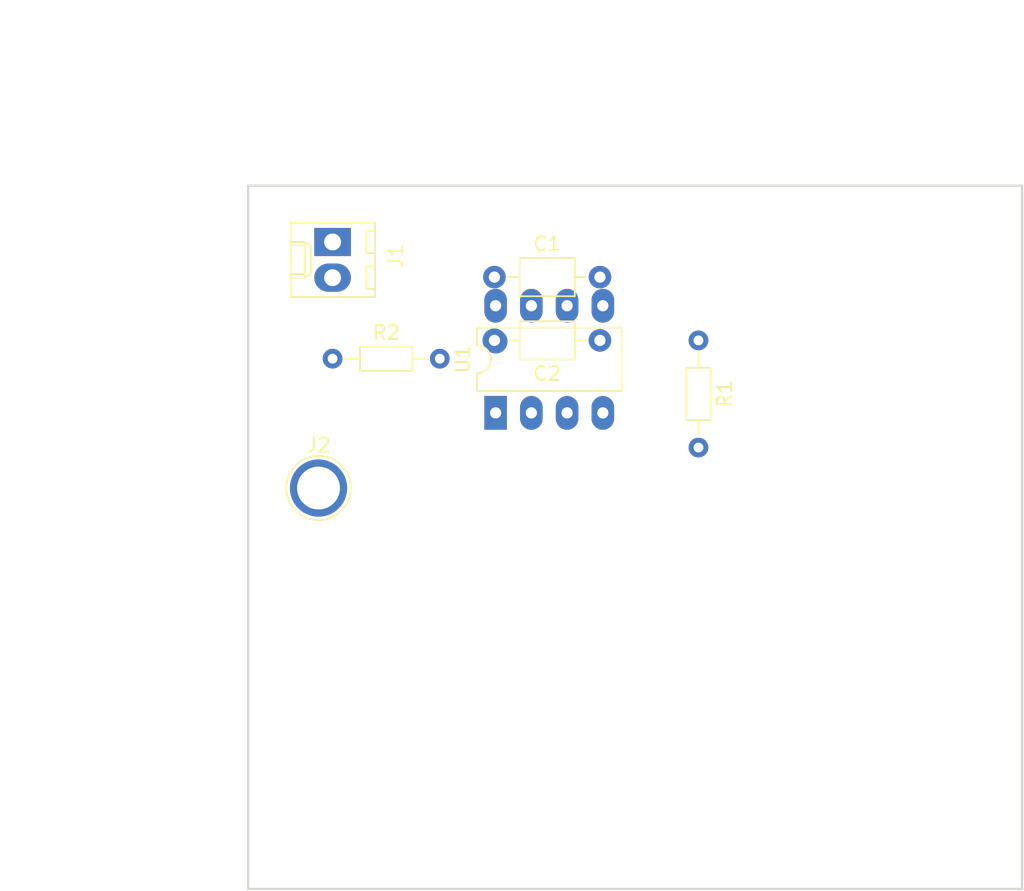
<source format=kicad_pcb>
(kicad_pcb (version 20171130) (host pcbnew 5.0.2-bee76a0~70~ubuntu16.04.1)

  (general
    (thickness 1.6)
    (drawings 6)
    (tracks 1)
    (zones 0)
    (modules 7)
    (nets 7)
  )

  (page A4)
  (layers
    (0 F.Cu signal)
    (31 B.Cu signal)
    (32 B.Adhes user)
    (33 F.Adhes user)
    (34 B.Paste user)
    (35 F.Paste user)
    (36 B.SilkS user)
    (37 F.SilkS user)
    (38 B.Mask user)
    (39 F.Mask user)
    (40 Dwgs.User user)
    (41 Cmts.User user)
    (42 Eco1.User user)
    (43 Eco2.User user)
    (44 Edge.Cuts user)
    (45 Margin user)
    (46 B.CrtYd user)
    (47 F.CrtYd user)
    (48 B.Fab user)
    (49 F.Fab user)
  )

  (setup
    (last_trace_width 1.7)
    (user_trace_width 1)
    (user_trace_width 1.5)
    (user_trace_width 1.7)
    (user_trace_width 2)
    (trace_clearance 0.2)
    (zone_clearance 0.508)
    (zone_45_only no)
    (trace_min 0.2)
    (segment_width 0.2)
    (edge_width 0.15)
    (via_size 0.8)
    (via_drill 0.4)
    (via_min_size 0.4)
    (via_min_drill 0.3)
    (user_via 1 0.8)
    (user_via 1.5 1)
    (uvia_size 0.3)
    (uvia_drill 0.1)
    (uvias_allowed no)
    (uvia_min_size 0.2)
    (uvia_min_drill 0.1)
    (pcb_text_width 0.3)
    (pcb_text_size 1.5 1.5)
    (mod_edge_width 0.15)
    (mod_text_size 1 1)
    (mod_text_width 0.15)
    (pad_size 1.524 1.524)
    (pad_drill 0.762)
    (pad_to_mask_clearance 0.051)
    (solder_mask_min_width 0.25)
    (aux_axis_origin 0 0)
    (visible_elements 7FFFFFFF)
    (pcbplotparams
      (layerselection 0x010fc_ffffffff)
      (usegerberextensions false)
      (usegerberattributes false)
      (usegerberadvancedattributes false)
      (creategerberjobfile false)
      (excludeedgelayer true)
      (linewidth 0.100000)
      (plotframeref false)
      (viasonmask false)
      (mode 1)
      (useauxorigin false)
      (hpglpennumber 1)
      (hpglpenspeed 20)
      (hpglpendiameter 15.000000)
      (psnegative false)
      (psa4output false)
      (plotreference true)
      (plotvalue true)
      (plotinvisibletext false)
      (padsonsilk false)
      (subtractmaskfromsilk false)
      (outputformat 1)
      (mirror false)
      (drillshape 1)
      (scaleselection 1)
      (outputdirectory ""))
  )

  (net 0 "")
  (net 1 "Net-(C1-Pad2)")
  (net 2 GNDREF)
  (net 3 "Net-(C2-Pad1)")
  (net 4 VCC)
  (net 5 "Net-(J2-Pad1)")
  (net 6 "Net-(R1-Pad2)")

  (net_class Default "Esta es la clase de red por defecto."
    (clearance 0.2)
    (trace_width 0.25)
    (via_dia 0.8)
    (via_drill 0.4)
    (uvia_dia 0.3)
    (uvia_drill 0.1)
    (add_net GNDREF)
    (add_net "Net-(C1-Pad2)")
    (add_net "Net-(C2-Pad1)")
    (add_net "Net-(J2-Pad1)")
    (add_net "Net-(R1-Pad2)")
    (add_net VCC)
  )

  (module Capacitors_THT:C_Axial_L3.8mm_D2.6mm_P7.50mm_Horizontal (layer F.Cu) (tedit 597BC7C2) (tstamp 5CA41518)
    (at 107.5 61.5)
    (descr "C, Axial series, Axial, Horizontal, pin pitch=7.5mm, , length*diameter=3.8*2.6mm^2, http://www.vishay.com/docs/45231/arseries.pdf")
    (tags "C Axial series Axial Horizontal pin pitch 7.5mm  length 3.8mm diameter 2.6mm")
    (path /5CA405E9)
    (fp_text reference C1 (at 3.75 -2.36) (layer F.SilkS)
      (effects (font (size 1 1) (thickness 0.15)))
    )
    (fp_text value C (at 3.75 2.36) (layer F.Fab)
      (effects (font (size 1 1) (thickness 0.15)))
    )
    (fp_text user %R (at 3.75 0) (layer F.Fab)
      (effects (font (size 1 1) (thickness 0.15)))
    )
    (fp_line (start 8.55 -1.65) (end -1.05 -1.65) (layer F.CrtYd) (width 0.05))
    (fp_line (start 8.55 1.65) (end 8.55 -1.65) (layer F.CrtYd) (width 0.05))
    (fp_line (start -1.05 1.65) (end 8.55 1.65) (layer F.CrtYd) (width 0.05))
    (fp_line (start -1.05 -1.65) (end -1.05 1.65) (layer F.CrtYd) (width 0.05))
    (fp_line (start 6.52 0) (end 5.71 0) (layer F.SilkS) (width 0.12))
    (fp_line (start 0.98 0) (end 1.79 0) (layer F.SilkS) (width 0.12))
    (fp_line (start 5.71 -1.36) (end 1.79 -1.36) (layer F.SilkS) (width 0.12))
    (fp_line (start 5.71 1.36) (end 5.71 -1.36) (layer F.SilkS) (width 0.12))
    (fp_line (start 1.79 1.36) (end 5.71 1.36) (layer F.SilkS) (width 0.12))
    (fp_line (start 1.79 -1.36) (end 1.79 1.36) (layer F.SilkS) (width 0.12))
    (fp_line (start 7.5 0) (end 5.65 0) (layer F.Fab) (width 0.1))
    (fp_line (start 0 0) (end 1.85 0) (layer F.Fab) (width 0.1))
    (fp_line (start 5.65 -1.3) (end 1.85 -1.3) (layer F.Fab) (width 0.1))
    (fp_line (start 5.65 1.3) (end 5.65 -1.3) (layer F.Fab) (width 0.1))
    (fp_line (start 1.85 1.3) (end 5.65 1.3) (layer F.Fab) (width 0.1))
    (fp_line (start 1.85 -1.3) (end 1.85 1.3) (layer F.Fab) (width 0.1))
    (pad 2 thru_hole oval (at 7.5 0) (size 1.6 1.6) (drill 0.8) (layers *.Cu *.Mask)
      (net 1 "Net-(C1-Pad2)"))
    (pad 1 thru_hole circle (at 0 0) (size 1.6 1.6) (drill 0.8) (layers *.Cu *.Mask)
      (net 2 GNDREF))
    (model ${KISYS3DMOD}/Capacitors_THT.3dshapes/C_Axial_L3.8mm_D2.6mm_P7.50mm_Horizontal.wrl
      (at (xyz 0 0 0))
      (scale (xyz 1 1 1))
      (rotate (xyz 0 0 0))
    )
  )

  (module Capacitors_THT:C_Axial_L3.8mm_D2.6mm_P7.50mm_Horizontal (layer F.Cu) (tedit 597BC7C2) (tstamp 5CA4152F)
    (at 115 66 180)
    (descr "C, Axial series, Axial, Horizontal, pin pitch=7.5mm, , length*diameter=3.8*2.6mm^2, http://www.vishay.com/docs/45231/arseries.pdf")
    (tags "C Axial series Axial Horizontal pin pitch 7.5mm  length 3.8mm diameter 2.6mm")
    (path /5CA4067E)
    (fp_text reference C2 (at 3.75 -2.36 180) (layer F.SilkS)
      (effects (font (size 1 1) (thickness 0.15)))
    )
    (fp_text value C (at 3.75 2.36 180) (layer F.Fab)
      (effects (font (size 1 1) (thickness 0.15)))
    )
    (fp_line (start 1.85 -1.3) (end 1.85 1.3) (layer F.Fab) (width 0.1))
    (fp_line (start 1.85 1.3) (end 5.65 1.3) (layer F.Fab) (width 0.1))
    (fp_line (start 5.65 1.3) (end 5.65 -1.3) (layer F.Fab) (width 0.1))
    (fp_line (start 5.65 -1.3) (end 1.85 -1.3) (layer F.Fab) (width 0.1))
    (fp_line (start 0 0) (end 1.85 0) (layer F.Fab) (width 0.1))
    (fp_line (start 7.5 0) (end 5.65 0) (layer F.Fab) (width 0.1))
    (fp_line (start 1.79 -1.36) (end 1.79 1.36) (layer F.SilkS) (width 0.12))
    (fp_line (start 1.79 1.36) (end 5.71 1.36) (layer F.SilkS) (width 0.12))
    (fp_line (start 5.71 1.36) (end 5.71 -1.36) (layer F.SilkS) (width 0.12))
    (fp_line (start 5.71 -1.36) (end 1.79 -1.36) (layer F.SilkS) (width 0.12))
    (fp_line (start 0.98 0) (end 1.79 0) (layer F.SilkS) (width 0.12))
    (fp_line (start 6.52 0) (end 5.71 0) (layer F.SilkS) (width 0.12))
    (fp_line (start -1.05 -1.65) (end -1.05 1.65) (layer F.CrtYd) (width 0.05))
    (fp_line (start -1.05 1.65) (end 8.55 1.65) (layer F.CrtYd) (width 0.05))
    (fp_line (start 8.55 1.65) (end 8.55 -1.65) (layer F.CrtYd) (width 0.05))
    (fp_line (start 8.55 -1.65) (end -1.05 -1.65) (layer F.CrtYd) (width 0.05))
    (fp_text user %R (at 3.75 0 180) (layer F.Fab)
      (effects (font (size 1 1) (thickness 0.15)))
    )
    (pad 1 thru_hole circle (at 0 0 180) (size 1.6 1.6) (drill 0.8) (layers *.Cu *.Mask)
      (net 3 "Net-(C2-Pad1)"))
    (pad 2 thru_hole oval (at 7.5 0 180) (size 1.6 1.6) (drill 0.8) (layers *.Cu *.Mask)
      (net 2 GNDREF))
    (model ${KISYS3DMOD}/Capacitors_THT.3dshapes/C_Axial_L3.8mm_D2.6mm_P7.50mm_Horizontal.wrl
      (at (xyz 0 0 0))
      (scale (xyz 1 1 1))
      (rotate (xyz 0 0 0))
    )
  )

  (module Connectors_Molex:Molex_KK-6410-02_02x2.54mm_Straight (layer F.Cu) (tedit 58EE6EE4) (tstamp 5CA41550)
    (at 96 59 270)
    (descr "Connector Headers with Friction Lock, 22-27-2021, http://www.molex.com/pdm_docs/sd/022272021_sd.pdf")
    (tags "connector molex kk_6410 22-27-2021")
    (path /5CA41888)
    (fp_text reference J1 (at 1 -4.5 270) (layer F.SilkS)
      (effects (font (size 1 1) (thickness 0.15)))
    )
    (fp_text value Conn_01x02 (at 1.27 4.5 270) (layer F.Fab)
      (effects (font (size 1 1) (thickness 0.15)))
    )
    (fp_text user %R (at 1.27 0 270) (layer F.Fab)
      (effects (font (size 1 1) (thickness 0.15)))
    )
    (fp_line (start 4.45 3.5) (end -1.9 3.5) (layer F.CrtYd) (width 0.05))
    (fp_line (start 4.45 -3.55) (end 4.45 3.5) (layer F.CrtYd) (width 0.05))
    (fp_line (start -1.9 -3.55) (end 4.45 -3.55) (layer F.CrtYd) (width 0.05))
    (fp_line (start -1.9 3.5) (end -1.9 -3.55) (layer F.CrtYd) (width 0.05))
    (fp_line (start 3.34 -2.4) (end 3.34 -3.02) (layer F.SilkS) (width 0.12))
    (fp_line (start 1.74 -2.4) (end 3.34 -2.4) (layer F.SilkS) (width 0.12))
    (fp_line (start 1.74 -3.02) (end 1.74 -2.4) (layer F.SilkS) (width 0.12))
    (fp_line (start 0.8 -2.4) (end 0.8 -3.02) (layer F.SilkS) (width 0.12))
    (fp_line (start -0.8 -2.4) (end 0.8 -2.4) (layer F.SilkS) (width 0.12))
    (fp_line (start -0.8 -3.02) (end -0.8 -2.4) (layer F.SilkS) (width 0.12))
    (fp_line (start 2.29 2.98) (end 2.29 1.98) (layer F.SilkS) (width 0.12))
    (fp_line (start 0.25 2.98) (end 0.25 1.98) (layer F.SilkS) (width 0.12))
    (fp_line (start 2.29 1.55) (end 2.54 1.98) (layer F.SilkS) (width 0.12))
    (fp_line (start 0.25 1.55) (end 2.29 1.55) (layer F.SilkS) (width 0.12))
    (fp_line (start 0 1.98) (end 0.25 1.55) (layer F.SilkS) (width 0.12))
    (fp_line (start 2.54 1.98) (end 2.54 2.98) (layer F.SilkS) (width 0.12))
    (fp_line (start 0 1.98) (end 2.54 1.98) (layer F.SilkS) (width 0.12))
    (fp_line (start 0 2.98) (end 0 1.98) (layer F.SilkS) (width 0.12))
    (fp_line (start 3.91 -3.02) (end -1.37 -3.02) (layer F.SilkS) (width 0.12))
    (fp_line (start 3.91 2.98) (end 3.91 -3.02) (layer F.SilkS) (width 0.12))
    (fp_line (start -1.37 2.98) (end 3.91 2.98) (layer F.SilkS) (width 0.12))
    (fp_line (start -1.37 -3.02) (end -1.37 2.98) (layer F.SilkS) (width 0.12))
    (fp_line (start 4.01 -3.12) (end -1.47 -3.12) (layer F.Fab) (width 0.12))
    (fp_line (start 4.01 3.08) (end 4.01 -3.12) (layer F.Fab) (width 0.12))
    (fp_line (start -1.47 3.08) (end 4.01 3.08) (layer F.Fab) (width 0.12))
    (fp_line (start -1.47 -3.12) (end -1.47 3.08) (layer F.Fab) (width 0.12))
    (pad 2 thru_hole oval (at 2.54 0 270) (size 2 2.6) (drill 1.2) (layers *.Cu *.Mask)
      (net 4 VCC))
    (pad 1 thru_hole rect (at 0 0 270) (size 2 2.6) (drill 1.2) (layers *.Cu *.Mask)
      (net 2 GNDREF))
    (model ${KISYS3DMOD}/Connectors_Molex.3dshapes/Molex_KK-6410-02_02x2.54mm_Straight.wrl
      (at (xyz 0 0 0))
      (scale (xyz 1 1 1))
      (rotate (xyz 0 0 0))
    )
  )

  (module Connectors:1pin (layer F.Cu) (tedit 5861332C) (tstamp 5CA41558)
    (at 95 76.5)
    (descr "module 1 pin (ou trou mecanique de percage)")
    (tags DEV)
    (path /5CA417BA)
    (fp_text reference J2 (at 0 -3.048) (layer F.SilkS)
      (effects (font (size 1 1) (thickness 0.15)))
    )
    (fp_text value Conn_01x01 (at 0 3) (layer F.Fab)
      (effects (font (size 1 1) (thickness 0.15)))
    )
    (fp_circle (center 0 0) (end 0 -2.286) (layer F.SilkS) (width 0.12))
    (fp_circle (center 0 0) (end 2.6 0) (layer F.CrtYd) (width 0.05))
    (fp_circle (center 0 0) (end 2 0.8) (layer F.Fab) (width 0.1))
    (pad 1 thru_hole circle (at 0 0) (size 4.064 4.064) (drill 3.048) (layers *.Cu *.Mask)
      (net 5 "Net-(J2-Pad1)"))
  )

  (module Resistors_THT:R_Axial_DIN0204_L3.6mm_D1.6mm_P7.62mm_Horizontal (layer F.Cu) (tedit 5874F706) (tstamp 5CA4156E)
    (at 122 66 270)
    (descr "Resistor, Axial_DIN0204 series, Axial, Horizontal, pin pitch=7.62mm, 0.16666666666666666W = 1/6W, length*diameter=3.6*1.6mm^2, http://cdn-reichelt.de/documents/datenblatt/B400/1_4W%23YAG.pdf")
    (tags "Resistor Axial_DIN0204 series Axial Horizontal pin pitch 7.62mm 0.16666666666666666W = 1/6W length 3.6mm diameter 1.6mm")
    (path /5CA40652)
    (fp_text reference R1 (at 3.81 -1.86 270) (layer F.SilkS)
      (effects (font (size 1 1) (thickness 0.15)))
    )
    (fp_text value R (at 3.81 1.86 270) (layer F.Fab)
      (effects (font (size 1 1) (thickness 0.15)))
    )
    (fp_line (start 2.01 -0.8) (end 2.01 0.8) (layer F.Fab) (width 0.1))
    (fp_line (start 2.01 0.8) (end 5.61 0.8) (layer F.Fab) (width 0.1))
    (fp_line (start 5.61 0.8) (end 5.61 -0.8) (layer F.Fab) (width 0.1))
    (fp_line (start 5.61 -0.8) (end 2.01 -0.8) (layer F.Fab) (width 0.1))
    (fp_line (start 0 0) (end 2.01 0) (layer F.Fab) (width 0.1))
    (fp_line (start 7.62 0) (end 5.61 0) (layer F.Fab) (width 0.1))
    (fp_line (start 1.95 -0.86) (end 1.95 0.86) (layer F.SilkS) (width 0.12))
    (fp_line (start 1.95 0.86) (end 5.67 0.86) (layer F.SilkS) (width 0.12))
    (fp_line (start 5.67 0.86) (end 5.67 -0.86) (layer F.SilkS) (width 0.12))
    (fp_line (start 5.67 -0.86) (end 1.95 -0.86) (layer F.SilkS) (width 0.12))
    (fp_line (start 0.88 0) (end 1.95 0) (layer F.SilkS) (width 0.12))
    (fp_line (start 6.74 0) (end 5.67 0) (layer F.SilkS) (width 0.12))
    (fp_line (start -0.95 -1.15) (end -0.95 1.15) (layer F.CrtYd) (width 0.05))
    (fp_line (start -0.95 1.15) (end 8.6 1.15) (layer F.CrtYd) (width 0.05))
    (fp_line (start 8.6 1.15) (end 8.6 -1.15) (layer F.CrtYd) (width 0.05))
    (fp_line (start 8.6 -1.15) (end -0.95 -1.15) (layer F.CrtYd) (width 0.05))
    (pad 1 thru_hole circle (at 0 0 270) (size 1.4 1.4) (drill 0.7) (layers *.Cu *.Mask)
      (net 3 "Net-(C2-Pad1)"))
    (pad 2 thru_hole oval (at 7.62 0 270) (size 1.4 1.4) (drill 0.7) (layers *.Cu *.Mask)
      (net 6 "Net-(R1-Pad2)"))
    (model ${KISYS3DMOD}/Resistors_THT.3dshapes/R_Axial_DIN0204_L3.6mm_D1.6mm_P7.62mm_Horizontal.wrl
      (at (xyz 0 0 0))
      (scale (xyz 0.393701 0.393701 0.393701))
      (rotate (xyz 0 0 0))
    )
  )

  (module Resistors_THT:R_Axial_DIN0204_L3.6mm_D1.6mm_P7.62mm_Horizontal (layer F.Cu) (tedit 5874F706) (tstamp 5CA807BC)
    (at 96 67.3)
    (descr "Resistor, Axial_DIN0204 series, Axial, Horizontal, pin pitch=7.62mm, 0.16666666666666666W = 1/6W, length*diameter=3.6*1.6mm^2, http://cdn-reichelt.de/documents/datenblatt/B400/1_4W%23YAG.pdf")
    (tags "Resistor Axial_DIN0204 series Axial Horizontal pin pitch 7.62mm 0.16666666666666666W = 1/6W length 3.6mm diameter 1.6mm")
    (path /5CA40568)
    (fp_text reference R2 (at 3.81 -1.86) (layer F.SilkS)
      (effects (font (size 1 1) (thickness 0.15)))
    )
    (fp_text value R (at 3.81 1.86) (layer F.Fab)
      (effects (font (size 1 1) (thickness 0.15)))
    )
    (fp_line (start 8.6 -1.15) (end -0.95 -1.15) (layer F.CrtYd) (width 0.05))
    (fp_line (start 8.6 1.15) (end 8.6 -1.15) (layer F.CrtYd) (width 0.05))
    (fp_line (start -0.95 1.15) (end 8.6 1.15) (layer F.CrtYd) (width 0.05))
    (fp_line (start -0.95 -1.15) (end -0.95 1.15) (layer F.CrtYd) (width 0.05))
    (fp_line (start 6.74 0) (end 5.67 0) (layer F.SilkS) (width 0.12))
    (fp_line (start 0.88 0) (end 1.95 0) (layer F.SilkS) (width 0.12))
    (fp_line (start 5.67 -0.86) (end 1.95 -0.86) (layer F.SilkS) (width 0.12))
    (fp_line (start 5.67 0.86) (end 5.67 -0.86) (layer F.SilkS) (width 0.12))
    (fp_line (start 1.95 0.86) (end 5.67 0.86) (layer F.SilkS) (width 0.12))
    (fp_line (start 1.95 -0.86) (end 1.95 0.86) (layer F.SilkS) (width 0.12))
    (fp_line (start 7.62 0) (end 5.61 0) (layer F.Fab) (width 0.1))
    (fp_line (start 0 0) (end 2.01 0) (layer F.Fab) (width 0.1))
    (fp_line (start 5.61 -0.8) (end 2.01 -0.8) (layer F.Fab) (width 0.1))
    (fp_line (start 5.61 0.8) (end 5.61 -0.8) (layer F.Fab) (width 0.1))
    (fp_line (start 2.01 0.8) (end 5.61 0.8) (layer F.Fab) (width 0.1))
    (fp_line (start 2.01 -0.8) (end 2.01 0.8) (layer F.Fab) (width 0.1))
    (pad 2 thru_hole oval (at 7.62 0) (size 1.4 1.4) (drill 0.7) (layers *.Cu *.Mask)
      (net 3 "Net-(C2-Pad1)"))
    (pad 1 thru_hole circle (at 0 0) (size 1.4 1.4) (drill 0.7) (layers *.Cu *.Mask)
      (net 4 VCC))
    (model ${KISYS3DMOD}/Resistors_THT.3dshapes/R_Axial_DIN0204_L3.6mm_D1.6mm_P7.62mm_Horizontal.wrl
      (at (xyz 0 0 0))
      (scale (xyz 0.393701 0.393701 0.393701))
      (rotate (xyz 0 0 0))
    )
  )

  (module Housings_DIP:DIP-8_W7.62mm_LongPads (layer F.Cu) (tedit 59C78D6B) (tstamp 5CA415A0)
    (at 107.585001 71.155001 90)
    (descr "8-lead though-hole mounted DIP package, row spacing 7.62 mm (300 mils), LongPads")
    (tags "THT DIP DIL PDIP 2.54mm 7.62mm 300mil LongPads")
    (path /5CA40438)
    (fp_text reference U1 (at 3.81 -2.33 90) (layer F.SilkS)
      (effects (font (size 1 1) (thickness 0.15)))
    )
    (fp_text value LM555 (at 3.81 9.95 90) (layer F.Fab)
      (effects (font (size 1 1) (thickness 0.15)))
    )
    (fp_text user %R (at 3.81 3.81 90) (layer F.Fab)
      (effects (font (size 1 1) (thickness 0.15)))
    )
    (fp_line (start 9.1 -1.55) (end -1.45 -1.55) (layer F.CrtYd) (width 0.05))
    (fp_line (start 9.1 9.15) (end 9.1 -1.55) (layer F.CrtYd) (width 0.05))
    (fp_line (start -1.45 9.15) (end 9.1 9.15) (layer F.CrtYd) (width 0.05))
    (fp_line (start -1.45 -1.55) (end -1.45 9.15) (layer F.CrtYd) (width 0.05))
    (fp_line (start 6.06 -1.33) (end 4.81 -1.33) (layer F.SilkS) (width 0.12))
    (fp_line (start 6.06 8.95) (end 6.06 -1.33) (layer F.SilkS) (width 0.12))
    (fp_line (start 1.56 8.95) (end 6.06 8.95) (layer F.SilkS) (width 0.12))
    (fp_line (start 1.56 -1.33) (end 1.56 8.95) (layer F.SilkS) (width 0.12))
    (fp_line (start 2.81 -1.33) (end 1.56 -1.33) (layer F.SilkS) (width 0.12))
    (fp_line (start 0.635 -0.27) (end 1.635 -1.27) (layer F.Fab) (width 0.1))
    (fp_line (start 0.635 8.89) (end 0.635 -0.27) (layer F.Fab) (width 0.1))
    (fp_line (start 6.985 8.89) (end 0.635 8.89) (layer F.Fab) (width 0.1))
    (fp_line (start 6.985 -1.27) (end 6.985 8.89) (layer F.Fab) (width 0.1))
    (fp_line (start 1.635 -1.27) (end 6.985 -1.27) (layer F.Fab) (width 0.1))
    (fp_arc (start 3.81 -1.33) (end 2.81 -1.33) (angle -180) (layer F.SilkS) (width 0.12))
    (pad 8 thru_hole oval (at 7.62 0 90) (size 2.4 1.6) (drill 0.8) (layers *.Cu *.Mask)
      (net 4 VCC))
    (pad 4 thru_hole oval (at 0 7.62 90) (size 2.4 1.6) (drill 0.8) (layers *.Cu *.Mask)
      (net 4 VCC))
    (pad 7 thru_hole oval (at 7.62 2.54 90) (size 2.4 1.6) (drill 0.8) (layers *.Cu *.Mask)
      (net 6 "Net-(R1-Pad2)"))
    (pad 3 thru_hole oval (at 0 5.08 90) (size 2.4 1.6) (drill 0.8) (layers *.Cu *.Mask)
      (net 5 "Net-(J2-Pad1)"))
    (pad 6 thru_hole oval (at 7.62 5.08 90) (size 2.4 1.6) (drill 0.8) (layers *.Cu *.Mask)
      (net 3 "Net-(C2-Pad1)"))
    (pad 2 thru_hole oval (at 0 2.54 90) (size 2.4 1.6) (drill 0.8) (layers *.Cu *.Mask)
      (net 3 "Net-(C2-Pad1)"))
    (pad 5 thru_hole oval (at 7.62 7.62 90) (size 2.4 1.6) (drill 0.8) (layers *.Cu *.Mask)
      (net 1 "Net-(C1-Pad2)"))
    (pad 1 thru_hole rect (at 0 0 90) (size 2.4 1.6) (drill 0.8) (layers *.Cu *.Mask)
      (net 2 GNDREF))
    (model ${KISYS3DMOD}/Housings_DIP.3dshapes/DIP-8_W7.62mm.wrl
      (at (xyz 0 0 0))
      (scale (xyz 1 1 1))
      (rotate (xyz 0 0 0))
    )
  )

  (gr_line (start 90 105) (end 90 55) (layer Edge.Cuts) (width 0.15))
  (gr_line (start 145 105) (end 90 105) (layer Edge.Cuts) (width 0.15))
  (gr_line (start 145 55) (end 145 105) (layer Edge.Cuts) (width 0.15))
  (gr_line (start 90 55) (end 145 55) (layer Edge.Cuts) (width 0.15))
  (dimension 50 (width 0.3) (layer Dwgs.User)
    (gr_text "50,000 mm" (at 77.900001 80 270) (layer Dwgs.User)
      (effects (font (size 1.5 1.5) (thickness 0.3)))
    )
    (feature1 (pts (xy 85 105) (xy 79.41358 105)))
    (feature2 (pts (xy 85 55) (xy 79.41358 55)))
    (crossbar (pts (xy 80.000001 55) (xy 80.000001 105)))
    (arrow1a (pts (xy 80.000001 105) (xy 79.41358 103.873496)))
    (arrow1b (pts (xy 80.000001 105) (xy 80.586422 103.873496)))
    (arrow2a (pts (xy 80.000001 55) (xy 79.41358 56.126504)))
    (arrow2b (pts (xy 80.000001 55) (xy 80.586422 56.126504)))
  )
  (dimension 55 (width 0.3) (layer Dwgs.User)
    (gr_text "55,000 mm" (at 117.5 42.9) (layer Dwgs.User)
      (effects (font (size 1.5 1.5) (thickness 0.3)))
    )
    (feature1 (pts (xy 145 50) (xy 145 44.413579)))
    (feature2 (pts (xy 90 50) (xy 90 44.413579)))
    (crossbar (pts (xy 90 45) (xy 145 45)))
    (arrow1a (pts (xy 145 45) (xy 143.873496 45.586421)))
    (arrow1b (pts (xy 145 45) (xy 143.873496 44.413579)))
    (arrow2a (pts (xy 90 45) (xy 91.126504 45.586421)))
    (arrow2b (pts (xy 90 45) (xy 91.126504 44.413579)))
  )

  (segment (start 107.585001 66.085001) (end 107.5 66) (width 1.7) (layer B.Cu) (net 2))

)

</source>
